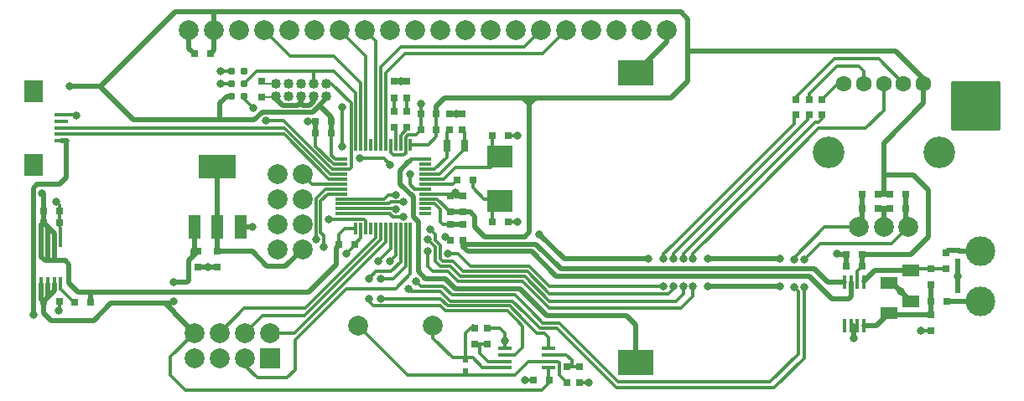
<source format=gbl>
G04 #@! TF.FileFunction,Copper,L2,Bot,Signal*
%FSLAX46Y46*%
G04 Gerber Fmt 4.6, Leading zero omitted, Abs format (unit mm)*
G04 Created by KiCad (PCBNEW 0.201508100901+6080~28~ubuntu14.04.1-product) date Wed 07 Oct 2015 01:26:35 BST*
%MOMM*%
G01*
G04 APERTURE LIST*
%ADD10C,0.100000*%
%ADD11R,3.600000X2.600000*%
%ADD12R,0.800000X0.800000*%
%ADD13R,1.700000X1.200000*%
%ADD14R,1.400000X0.400000*%
%ADD15R,1.900000X2.300000*%
%ADD16R,0.500000X0.600000*%
%ADD17R,1.200000X0.300000*%
%ADD18R,0.300000X1.200000*%
%ADD19R,0.400000X1.400000*%
%ADD20C,1.016000*%
%ADD21C,2.000000*%
%ADD22C,1.600000*%
%ADD23C,3.200000*%
%ADD24R,2.500000X2.300000*%
%ADD25C,3.000000*%
%ADD26R,2.000000X2.000000*%
%ADD27R,1.300000X2.400000*%
%ADD28R,3.800000X2.400000*%
%ADD29R,0.800000X1.300000*%
%ADD30C,0.787000*%
%ADD31C,0.800000*%
%ADD32C,0.500000*%
%ADD33C,0.300000*%
%ADD34C,0.200000*%
%ADD35C,0.250000*%
G04 APERTURE END LIST*
D10*
D11*
X112200000Y-136250000D03*
X112200000Y-106950000D03*
D12*
X135050000Y-120650000D03*
X136650000Y-120650000D03*
X81500000Y-111800000D03*
X79900000Y-111800000D03*
X92100000Y-111100000D03*
X90500000Y-111100000D03*
X94750000Y-121000000D03*
X94750000Y-119400000D03*
X92100000Y-112700000D03*
X90500000Y-112700000D03*
X81500000Y-113000000D03*
X79900000Y-113000000D03*
X93500000Y-121000000D03*
X93500000Y-119400000D03*
X137850000Y-120650000D03*
X139450000Y-120650000D03*
X74450000Y-107800000D03*
X74450000Y-109400000D03*
X97750000Y-113250000D03*
X99350000Y-113250000D03*
X97750000Y-122000000D03*
X99350000Y-122000000D03*
X93400000Y-111100000D03*
X93400000Y-112700000D03*
X94700000Y-111100000D03*
X94700000Y-112700000D03*
X135100000Y-126500000D03*
X133500000Y-126500000D03*
X135100000Y-125300000D03*
X133500000Y-125300000D03*
D13*
X140000000Y-130000000D03*
X140000000Y-126900000D03*
D12*
X142000000Y-126750000D03*
X142000000Y-128350000D03*
X93500000Y-122250000D03*
X93500000Y-123850000D03*
X69250000Y-105000000D03*
X67650000Y-105000000D03*
D13*
X137750000Y-131250000D03*
X137750000Y-128150000D03*
D12*
X52425000Y-130075000D03*
X54025000Y-130075000D03*
X57200000Y-130100000D03*
X55600000Y-130100000D03*
X52425000Y-122075000D03*
X54025000Y-122075000D03*
X52425000Y-120875000D03*
X54025000Y-120875000D03*
D14*
X54200000Y-113800000D03*
X54200000Y-113150000D03*
X54200000Y-112500000D03*
X54200000Y-111850000D03*
X54200000Y-111200000D03*
D15*
X51450000Y-116250000D03*
X51450000Y-108750000D03*
D16*
X144750000Y-126000000D03*
X144750000Y-124900000D03*
X144750000Y-130000000D03*
X144750000Y-128900000D03*
D17*
X90975000Y-115675000D03*
X90975000Y-116175000D03*
X90975000Y-116675000D03*
X90975000Y-117175000D03*
X90975000Y-117675000D03*
X90975000Y-118175000D03*
X90975000Y-118675000D03*
X90975000Y-119175000D03*
X90975000Y-119675000D03*
X90975000Y-120175000D03*
X90975000Y-120675000D03*
X90975000Y-121175000D03*
D18*
X89475000Y-122675000D03*
X88975000Y-122675000D03*
X88475000Y-122675000D03*
X87975000Y-122675000D03*
X87475000Y-122675000D03*
X86975000Y-122675000D03*
X86475000Y-122675000D03*
X85975000Y-122675000D03*
X85475000Y-122675000D03*
X84975000Y-122675000D03*
X84475000Y-122675000D03*
X83975000Y-122675000D03*
D17*
X82475000Y-121175000D03*
X82475000Y-120675000D03*
X82475000Y-120175000D03*
X82475000Y-119675000D03*
X82475000Y-119175000D03*
X82475000Y-118675000D03*
X82475000Y-118175000D03*
X82475000Y-117675000D03*
X82475000Y-117175000D03*
X82475000Y-116675000D03*
X82475000Y-116175000D03*
X82475000Y-115675000D03*
D18*
X83975000Y-114175000D03*
X84475000Y-114175000D03*
X84975000Y-114175000D03*
X85475000Y-114175000D03*
X85975000Y-114175000D03*
X86475000Y-114175000D03*
X86975000Y-114175000D03*
X87475000Y-114175000D03*
X87975000Y-114175000D03*
X88475000Y-114175000D03*
X88975000Y-114175000D03*
X89475000Y-114175000D03*
D19*
X135250000Y-132500000D03*
X134600000Y-132500000D03*
X133950000Y-132500000D03*
X133300000Y-132500000D03*
X133300000Y-128100000D03*
X133950000Y-128100000D03*
X134600000Y-128100000D03*
X135250000Y-128100000D03*
X52225000Y-123875000D03*
X52875000Y-123875000D03*
X53525000Y-123875000D03*
X54175000Y-123875000D03*
X54175000Y-128275000D03*
X53525000Y-128275000D03*
X52875000Y-128275000D03*
X52225000Y-128275000D03*
D20*
X81000000Y-109270000D03*
X81000000Y-108000000D03*
X79730000Y-109270000D03*
X79730000Y-108000000D03*
X78460000Y-109270000D03*
X78460000Y-108000000D03*
X77190000Y-109270000D03*
X77190000Y-108000000D03*
X75920000Y-109270000D03*
X75920000Y-108000000D03*
D12*
X136650000Y-119200000D03*
X135050000Y-119200000D03*
X137850000Y-119200000D03*
X139450000Y-119200000D03*
X95750000Y-117750000D03*
X94150000Y-117750000D03*
X143500000Y-126750000D03*
X143500000Y-125150000D03*
X94750000Y-122250000D03*
X94750000Y-123850000D03*
X142000000Y-130000000D03*
X143600000Y-130000000D03*
X142000000Y-133000000D03*
X142000000Y-131400000D03*
D21*
X91750000Y-132500000D03*
X84150000Y-132500000D03*
D22*
X137250000Y-108000000D03*
X139250000Y-108000000D03*
X141250000Y-108000000D03*
X133250000Y-108000000D03*
X135250000Y-108000000D03*
D21*
X137250000Y-122500000D03*
X139750000Y-122500000D03*
X134750000Y-122500000D03*
D23*
X131650000Y-115000000D03*
X142850000Y-115000000D03*
D24*
X98475000Y-119875000D03*
X98475000Y-115375000D03*
D25*
X147000000Y-130000000D03*
X147000000Y-124920000D03*
D12*
X82250000Y-124250000D03*
X83850000Y-124250000D03*
D21*
X67690000Y-135770000D03*
X67690000Y-133230000D03*
X70230000Y-135770000D03*
X70230000Y-133230000D03*
X72770000Y-135770000D03*
X72770000Y-133230000D03*
D26*
X75310000Y-135770000D03*
D21*
X75310000Y-133230000D03*
D12*
X96000000Y-132750000D03*
X96000000Y-134350000D03*
X97250000Y-132750000D03*
X97250000Y-134350000D03*
X105250000Y-138250000D03*
X105250000Y-136650000D03*
X106500000Y-138250000D03*
X106500000Y-136650000D03*
D14*
X99000000Y-136750000D03*
X99000000Y-136100000D03*
X99000000Y-135450000D03*
X99000000Y-134800000D03*
X103400000Y-134800000D03*
X103400000Y-135450000D03*
X103400000Y-136100000D03*
X103400000Y-136750000D03*
D12*
X103500000Y-138000000D03*
X101900000Y-138000000D03*
D21*
X76020000Y-124795000D03*
X76020000Y-122255000D03*
X76020000Y-119715000D03*
X76020000Y-117175000D03*
X78560000Y-117175000D03*
X78560000Y-119715000D03*
X78560000Y-122255000D03*
X78560000Y-124795000D03*
X67090000Y-102600000D03*
X69630000Y-102600000D03*
X72170000Y-102600000D03*
X74710000Y-102600000D03*
X77250000Y-102600000D03*
X79790000Y-102600000D03*
X82330000Y-102600000D03*
X84870000Y-102600000D03*
X87410000Y-102600000D03*
X89950000Y-102600000D03*
X92490000Y-102600000D03*
X95030000Y-102600000D03*
X97570000Y-102600000D03*
X100110000Y-102600000D03*
X102650000Y-102600000D03*
X105190000Y-102600000D03*
X107730000Y-102600000D03*
X110270000Y-102600000D03*
X112810000Y-102600000D03*
X115350000Y-102600000D03*
D12*
X131000000Y-109600000D03*
X131000000Y-111200000D03*
X68000000Y-125000000D03*
X68000000Y-126600000D03*
X70000000Y-125000000D03*
X70000000Y-126600000D03*
D27*
X70000000Y-122500000D03*
X72300000Y-122500000D03*
X67700000Y-122500000D03*
D28*
X70000000Y-116400000D03*
D29*
X93150000Y-114300000D03*
X94950000Y-114300000D03*
D12*
X87800000Y-110800000D03*
X87800000Y-112400000D03*
X89100000Y-110800000D03*
X89100000Y-112400000D03*
X89100000Y-107800000D03*
X89100000Y-109450000D03*
X87800000Y-107800000D03*
X87800000Y-109450000D03*
X129700000Y-109600000D03*
X129700000Y-111200000D03*
X128400000Y-109600000D03*
X128400000Y-111200000D03*
D30*
X71400000Y-109300000D03*
X72670000Y-109300000D03*
X71400000Y-108030000D03*
X72670000Y-108030000D03*
X71400000Y-106760000D03*
X72670000Y-106760000D03*
D16*
X95000000Y-136000000D03*
X95000000Y-137100000D03*
D31*
X126750000Y-125750000D03*
X119500000Y-125750000D03*
X119500000Y-128500000D03*
X126750000Y-128500000D03*
X102500000Y-123250000D03*
X113500000Y-125750000D03*
X100300000Y-122000000D03*
X146500000Y-110250000D03*
X107500000Y-138250000D03*
X99000000Y-134000000D03*
X101000000Y-138000000D03*
X70300000Y-106750000D03*
X90500000Y-110100000D03*
X88500000Y-107800000D03*
X94100000Y-111100000D03*
X73500000Y-122500000D03*
X69000000Y-126600000D03*
X79100000Y-111800000D03*
X93000000Y-123500000D03*
X144750000Y-127500000D03*
X132500000Y-125250000D03*
X134250000Y-133750000D03*
X139000000Y-129000000D03*
X141000000Y-133000000D03*
X55750000Y-111250000D03*
X53750000Y-120000000D03*
X54000000Y-131000000D03*
X94000000Y-119000000D03*
X83000000Y-125200000D03*
X100300000Y-113300000D03*
X90000000Y-128000000D03*
X87400000Y-126000000D03*
X128200000Y-125800000D03*
X128200000Y-128600000D03*
X55100000Y-108300000D03*
X52300000Y-119100000D03*
X129200000Y-128600000D03*
X129200000Y-125800000D03*
X86200000Y-126000000D03*
X89250000Y-128750000D03*
X70300000Y-108000000D03*
X82600000Y-110400000D03*
X82600000Y-114400000D03*
X84400000Y-115600000D03*
X87400000Y-116200000D03*
X89400000Y-117200000D03*
X65600000Y-128100000D03*
X65600000Y-130000000D03*
X51400000Y-131400000D03*
X91250000Y-125000000D03*
X118000000Y-125750000D03*
X118000000Y-128500000D03*
X88750000Y-121500000D03*
X91250000Y-123750000D03*
X88000000Y-120750000D03*
X117000000Y-125750000D03*
X117000000Y-128500000D03*
X116000000Y-125750000D03*
X116000000Y-128500000D03*
X88750000Y-120000000D03*
X91500000Y-122750000D03*
X115000000Y-128500000D03*
X115000000Y-125750000D03*
X88000000Y-119250000D03*
X93250000Y-125250000D03*
X79950000Y-123800000D03*
X73600000Y-110500000D03*
X74850000Y-111750000D03*
X86500000Y-127750000D03*
X86500000Y-129750000D03*
X85250000Y-127750000D03*
X85250000Y-129750000D03*
X81200000Y-121750000D03*
X80700000Y-124500000D03*
D32*
X100500000Y-128750000D02*
X103250000Y-131500000D01*
X103250000Y-131500000D02*
X111250000Y-131500000D01*
X111250000Y-131500000D02*
X112200000Y-132450000D01*
X112200000Y-136250000D02*
X112200000Y-132450000D01*
X94000000Y-128750000D02*
X93000000Y-127750000D01*
X93000000Y-127750000D02*
X91000000Y-127750000D01*
X91000000Y-127750000D02*
X90250000Y-127000000D01*
X90250000Y-127000000D02*
X90250000Y-124500000D01*
X94500000Y-128750000D02*
X100500000Y-128750000D01*
X88400000Y-116800000D02*
X88400000Y-118150000D01*
X88400000Y-116800000D02*
X89200000Y-116000000D01*
X89750000Y-121500000D02*
X90250000Y-122000000D01*
X89750000Y-119500000D02*
X89750000Y-121500000D01*
X88400000Y-118150000D02*
X89750000Y-119500000D01*
X90250000Y-122000000D02*
X90250000Y-124500000D01*
X94500000Y-128750000D02*
X94000000Y-128750000D01*
D33*
X90975000Y-115675000D02*
X89525000Y-115675000D01*
X89525000Y-115675000D02*
X89200000Y-116000000D01*
D32*
X89200000Y-116000000D02*
X89400000Y-115800000D01*
X119500000Y-125750000D02*
X126750000Y-125750000D01*
X126750000Y-128500000D02*
X119500000Y-128500000D01*
X102500000Y-123250000D02*
X105000000Y-125750000D01*
X105000000Y-125750000D02*
X113500000Y-125750000D01*
D33*
X99350000Y-122000000D02*
X100300000Y-122000000D01*
X106500000Y-138250000D02*
X107500000Y-138250000D01*
X97250000Y-132750000D02*
X98500000Y-132750000D01*
X99000000Y-134000000D02*
X99000000Y-134800000D01*
X99000000Y-133250000D02*
X99000000Y-134000000D01*
X98500000Y-132750000D02*
X99000000Y-133250000D01*
X101900000Y-138000000D02*
X101000000Y-138000000D01*
X82475000Y-116175000D02*
X81719052Y-116175000D01*
X79900000Y-114355948D02*
X79900000Y-113000000D01*
X81719052Y-116175000D02*
X79900000Y-114355948D01*
X71400000Y-106760000D02*
X70310000Y-106760000D01*
X70310000Y-106760000D02*
X70300000Y-106750000D01*
X90500000Y-111100000D02*
X90500000Y-110100000D01*
X94700000Y-111100000D02*
X94100000Y-111100000D01*
X94100000Y-111100000D02*
X93400000Y-111100000D01*
X87800000Y-107800000D02*
X88500000Y-107800000D01*
X88500000Y-107800000D02*
X89100000Y-107800000D01*
X90500000Y-111100000D02*
X90500000Y-112700000D01*
X88975000Y-114175000D02*
X88975000Y-113425000D01*
X90000000Y-113200000D02*
X90500000Y-112700000D01*
X89200000Y-113200000D02*
X90000000Y-113200000D01*
X88975000Y-113425000D02*
X89200000Y-113200000D01*
D32*
X72300000Y-122500000D02*
X73500000Y-122500000D01*
X68000000Y-126600000D02*
X69000000Y-126600000D01*
X69000000Y-126600000D02*
X70000000Y-126600000D01*
X115350000Y-102600000D02*
X115350000Y-103800000D01*
X115350000Y-103800000D02*
X112200000Y-106950000D01*
D33*
X79900000Y-111800000D02*
X79100000Y-111800000D01*
D32*
X79900000Y-111800000D02*
X79900000Y-113000000D01*
X78460000Y-109840000D02*
X78460000Y-110060000D01*
X79300000Y-110200000D02*
X79730000Y-109770000D01*
X78600000Y-110200000D02*
X79300000Y-110200000D01*
X78460000Y-110060000D02*
X78600000Y-110200000D01*
X79730000Y-109770000D02*
X79730000Y-109270000D01*
X75920000Y-109270000D02*
X75920000Y-109520000D01*
X75920000Y-109520000D02*
X76600000Y-110200000D01*
X78460000Y-109840000D02*
X78460000Y-109270000D01*
X78100000Y-110200000D02*
X78460000Y-109840000D01*
X76600000Y-110200000D02*
X78100000Y-110200000D01*
D33*
X93500000Y-123850000D02*
X93350000Y-123850000D01*
X93350000Y-123850000D02*
X93000000Y-123500000D01*
D32*
X144750000Y-126000000D02*
X144750000Y-127500000D01*
X144750000Y-127500000D02*
X144750000Y-128900000D01*
X133500000Y-125300000D02*
X132550000Y-125300000D01*
D33*
X132550000Y-125300000D02*
X132500000Y-125250000D01*
D32*
X134250000Y-132500000D02*
X134250000Y-133750000D01*
D33*
X133950000Y-132500000D02*
X134250000Y-132500000D01*
X134250000Y-132500000D02*
X134600000Y-132500000D01*
X137750000Y-128150000D02*
X138150000Y-128150000D01*
D32*
X138150000Y-128150000D02*
X139000000Y-129000000D01*
X139000000Y-129000000D02*
X140000000Y-130000000D01*
D33*
X142000000Y-133000000D02*
X141000000Y-133000000D01*
D34*
X74450000Y-109400000D02*
X75790000Y-109400000D01*
X75790000Y-109400000D02*
X75920000Y-109270000D01*
D33*
X54025000Y-120875000D02*
X54025000Y-122075000D01*
X54025000Y-122425000D02*
X54025000Y-122075000D01*
X54175000Y-122575000D02*
X54025000Y-122425000D01*
X54175000Y-123875000D02*
X54175000Y-122575000D01*
D32*
X133500000Y-125300000D02*
X133500000Y-126500000D01*
X137250000Y-120650000D02*
X137850000Y-120650000D01*
X136650000Y-120650000D02*
X137250000Y-120650000D01*
X137250000Y-120650000D02*
X137250000Y-122500000D01*
D33*
X55700000Y-111200000D02*
X55750000Y-111250000D01*
X54200000Y-111200000D02*
X55700000Y-111200000D01*
X54025000Y-120275000D02*
X53750000Y-120000000D01*
X54025000Y-120875000D02*
X54025000Y-120275000D01*
X54025000Y-130975000D02*
X54000000Y-131000000D01*
X54025000Y-130075000D02*
X54025000Y-130975000D01*
X87475000Y-114175000D02*
X87475000Y-114975000D01*
X88975000Y-115025000D02*
X88975000Y-114175000D01*
X88750000Y-115250000D02*
X88975000Y-115025000D01*
X87750000Y-115250000D02*
X88750000Y-115250000D01*
X87475000Y-114975000D02*
X87750000Y-115250000D01*
D34*
X94000000Y-119400000D02*
X94000000Y-119000000D01*
D33*
X93500000Y-119400000D02*
X94000000Y-119400000D01*
D32*
X94000000Y-119400000D02*
X94750000Y-119400000D01*
D33*
X93275000Y-119175000D02*
X93500000Y-119400000D01*
X90975000Y-119175000D02*
X93275000Y-119175000D01*
X84475000Y-123625000D02*
X83850000Y-124250000D01*
X84475000Y-122675000D02*
X84475000Y-123625000D01*
X83850000Y-124350000D02*
X83000000Y-125200000D01*
X83850000Y-124250000D02*
X83850000Y-124350000D01*
X100250000Y-113250000D02*
X100300000Y-113300000D01*
X99350000Y-113250000D02*
X100250000Y-113250000D01*
D32*
X67090000Y-104440000D02*
X67650000Y-105000000D01*
X67090000Y-102600000D02*
X67090000Y-104440000D01*
D33*
X125800000Y-138200000D02*
X110450000Y-138200000D01*
X93650000Y-129400000D02*
X92750000Y-128500000D01*
X92750000Y-128500000D02*
X90500000Y-128500000D01*
X90500000Y-128500000D02*
X90000000Y-128000000D01*
X128600000Y-129200000D02*
X128600000Y-129000000D01*
X94000000Y-129400000D02*
X100000000Y-129400000D01*
X100000000Y-129400000D02*
X101600000Y-131000000D01*
X125800000Y-138200000D02*
X128600000Y-135400000D01*
X128600000Y-135400000D02*
X128600000Y-129200000D01*
X87975000Y-122675000D02*
X87975000Y-125425000D01*
X87975000Y-125425000D02*
X87400000Y-126000000D01*
X131300000Y-122500000D02*
X134750000Y-122500000D01*
X128200000Y-125600000D02*
X131300000Y-122500000D01*
X128200000Y-125800000D02*
X128200000Y-125600000D01*
X128600000Y-129000000D02*
X128200000Y-128600000D01*
X94000000Y-129400000D02*
X93650000Y-129400000D01*
X102850000Y-132250000D02*
X101600000Y-131000000D01*
X104500000Y-132250000D02*
X102850000Y-132250000D01*
X110450000Y-138200000D02*
X104500000Y-132250000D01*
D32*
X135050000Y-119200000D02*
X135050000Y-120650000D01*
D33*
X135050000Y-122200000D02*
X134750000Y-122500000D01*
D32*
X135050000Y-120650000D02*
X135050000Y-122200000D01*
D33*
X82475000Y-115675000D02*
X81883736Y-115675000D01*
X81883736Y-115675000D02*
X81500000Y-115291264D01*
X81500000Y-115291264D02*
X81500000Y-113000000D01*
D32*
X71400000Y-109300000D02*
X70950000Y-109300000D01*
X70250000Y-110000000D02*
X70250000Y-111700000D01*
X70950000Y-109300000D02*
X70250000Y-110000000D01*
X79600000Y-110900000D02*
X74500000Y-110900000D01*
X80300000Y-110200000D02*
X79600000Y-110900000D01*
X61500000Y-111700000D02*
X58100000Y-108300000D01*
X73700000Y-111700000D02*
X70250000Y-111700000D01*
X70250000Y-111700000D02*
X61500000Y-111700000D01*
X74500000Y-110900000D02*
X73700000Y-111700000D01*
X69630000Y-102600000D02*
X69630000Y-100750000D01*
X69650000Y-100900000D02*
X69650000Y-100750000D01*
X69650000Y-100770000D02*
X69650000Y-100900000D01*
X69630000Y-100750000D02*
X69650000Y-100770000D01*
X55100000Y-108300000D02*
X58100000Y-108300000D01*
X52300000Y-119100000D02*
X52425000Y-119225000D01*
X52425000Y-119225000D02*
X52425000Y-120875000D01*
X58100000Y-108300000D02*
X58200000Y-108300000D01*
X65750000Y-100750000D02*
X69650000Y-100750000D01*
X64500000Y-102000000D02*
X65750000Y-100750000D01*
X58200000Y-108300000D02*
X64500000Y-102000000D01*
X116750000Y-100750000D02*
X117500000Y-101500000D01*
X117500000Y-104750000D02*
X117500000Y-101500000D01*
X69650000Y-100750000D02*
X116750000Y-100750000D01*
X100900000Y-109500000D02*
X92900000Y-109500000D01*
X92100000Y-110300000D02*
X92100000Y-111100000D01*
X92900000Y-109500000D02*
X92100000Y-110300000D01*
D33*
X92100000Y-112700000D02*
X92100000Y-111100000D01*
X89475000Y-114175000D02*
X91325000Y-114175000D01*
X92100000Y-113400000D02*
X92100000Y-112700000D01*
X91325000Y-114175000D02*
X92100000Y-113400000D01*
D32*
X102200000Y-109500000D02*
X102100000Y-109500000D01*
X102100000Y-109500000D02*
X101500000Y-110100000D01*
X100900000Y-109500000D02*
X101500000Y-110100000D01*
X101500000Y-110100000D02*
X101500000Y-110000000D01*
X101500000Y-109500000D02*
X100900000Y-109500000D01*
X53525000Y-123875000D02*
X53525000Y-125900000D01*
X53500000Y-125800000D02*
X53500000Y-125900000D01*
X53500000Y-125875000D02*
X53500000Y-125800000D01*
X53525000Y-125900000D02*
X53500000Y-125875000D01*
X52225000Y-123875000D02*
X52225000Y-125525000D01*
X52575000Y-125875000D02*
X52875000Y-125875000D01*
X52225000Y-125525000D02*
X52575000Y-125875000D01*
X55000000Y-128200000D02*
X55000000Y-126300000D01*
X55000000Y-126300000D02*
X54600000Y-125900000D01*
X54600000Y-125900000D02*
X53500000Y-125900000D01*
X55000000Y-128200000D02*
X55900000Y-129100000D01*
X57200000Y-129100000D02*
X55900000Y-129100000D01*
X53500000Y-125900000D02*
X52900000Y-125900000D01*
X52900000Y-125900000D02*
X52875000Y-125875000D01*
X52875000Y-125875000D02*
X52875000Y-123875000D01*
D33*
X82475000Y-115675000D02*
X82275000Y-115675000D01*
D32*
X81000000Y-109270000D02*
X81000000Y-109500000D01*
X81000000Y-109500000D02*
X80300000Y-110200000D01*
X82000000Y-124600000D02*
X82000000Y-126300000D01*
X82000000Y-126300000D02*
X79500000Y-128800000D01*
X76600000Y-129100000D02*
X57200000Y-129100000D01*
X57200000Y-130100000D02*
X57200000Y-129100000D01*
X57200000Y-129100000D02*
X57200000Y-129300000D01*
X57200000Y-129300000D02*
X57200000Y-129100000D01*
X82250000Y-124250000D02*
X82250000Y-124350000D01*
X82250000Y-124350000D02*
X82000000Y-124600000D01*
X96000000Y-122500000D02*
X96000000Y-121500000D01*
X96000000Y-121500000D02*
X95500000Y-121000000D01*
X95500000Y-121000000D02*
X94750000Y-121000000D01*
X101500000Y-110000000D02*
X101500000Y-123000000D01*
X97000000Y-123500000D02*
X96000000Y-122500000D01*
X101000000Y-123500000D02*
X97000000Y-123500000D01*
X101500000Y-123000000D02*
X101000000Y-123500000D01*
X101500000Y-109500000D02*
X101500000Y-110000000D01*
X141250000Y-108000000D02*
X141250000Y-107500000D01*
X141250000Y-107500000D02*
X138500000Y-104750000D01*
X138500000Y-104750000D02*
X117500000Y-104750000D01*
X135100000Y-125300000D02*
X139950000Y-125300000D01*
X140250000Y-117250000D02*
X137250000Y-117250000D01*
X141750000Y-118750000D02*
X140250000Y-117250000D01*
X141750000Y-123500000D02*
X141750000Y-118750000D01*
X139950000Y-125300000D02*
X141750000Y-123500000D01*
X137250000Y-119200000D02*
X137250000Y-117250000D01*
X137250000Y-117250000D02*
X137250000Y-114000000D01*
X141250000Y-110000000D02*
X141250000Y-108000000D01*
X137250000Y-114000000D02*
X141250000Y-110000000D01*
D33*
X52225000Y-122275000D02*
X52425000Y-122075000D01*
D32*
X52225000Y-123875000D02*
X52225000Y-122275000D01*
D33*
X52875000Y-122525000D02*
X52425000Y-122075000D01*
D32*
X52875000Y-123875000D02*
X52875000Y-122525000D01*
X53525000Y-123175000D02*
X52425000Y-122075000D01*
X53525000Y-123875000D02*
X53525000Y-123175000D01*
X52425000Y-122075000D02*
X52425000Y-120875000D01*
X135100000Y-125300000D02*
X135100000Y-126500000D01*
D33*
X134600000Y-127000000D02*
X135100000Y-126500000D01*
X134600000Y-128100000D02*
X134600000Y-127000000D01*
D32*
X137850000Y-119200000D02*
X137250000Y-119200000D01*
X137250000Y-119200000D02*
X136650000Y-119200000D01*
D33*
X92175000Y-119675000D02*
X93500000Y-121000000D01*
X90975000Y-119675000D02*
X92175000Y-119675000D01*
D32*
X93500000Y-121000000D02*
X94750000Y-121000000D01*
D33*
X82250000Y-123250000D02*
X82250000Y-124250000D01*
X82825000Y-122675000D02*
X82250000Y-123250000D01*
X83975000Y-122675000D02*
X82825000Y-122675000D01*
D32*
X117500000Y-104750000D02*
X117500000Y-107750000D01*
X117500000Y-107750000D02*
X115750000Y-109500000D01*
X115750000Y-109500000D02*
X102200000Y-109500000D01*
X102200000Y-109500000D02*
X101500000Y-109500000D01*
D34*
X94750000Y-121000000D02*
X94775000Y-121000000D01*
D32*
X81500000Y-111400000D02*
X80300000Y-110200000D01*
X81500000Y-111800000D02*
X81500000Y-111400000D01*
X81500000Y-111800000D02*
X81500000Y-113000000D01*
D33*
X82475000Y-115675000D02*
X82225000Y-115675000D01*
D32*
X69630000Y-104620000D02*
X69250000Y-105000000D01*
X69630000Y-102600000D02*
X69630000Y-104620000D01*
X76600000Y-129100000D02*
X78600000Y-129100000D01*
X79200000Y-129100000D02*
X79500000Y-128800000D01*
X78600000Y-129100000D02*
X79200000Y-129100000D01*
D33*
X126200000Y-138800000D02*
X110300000Y-138800000D01*
X93600000Y-130000000D02*
X93500000Y-130000000D01*
X129200000Y-125800000D02*
X130800000Y-124200000D01*
X130800000Y-124200000D02*
X138050000Y-124200000D01*
X139750000Y-122500000D02*
X138050000Y-124200000D01*
X87475000Y-124725000D02*
X86200000Y-126000000D01*
X87475000Y-124725000D02*
X87475000Y-122675000D01*
X129200000Y-135800000D02*
X129200000Y-129000000D01*
X126200000Y-138800000D02*
X129200000Y-135800000D01*
X99800000Y-130000000D02*
X101000000Y-131200000D01*
X93600000Y-130000000D02*
X99800000Y-130000000D01*
X129200000Y-129000000D02*
X129200000Y-128600000D01*
X89500000Y-129000000D02*
X89250000Y-128750000D01*
X92500000Y-129000000D02*
X89500000Y-129000000D01*
X93500000Y-130000000D02*
X92500000Y-129000000D01*
X102550000Y-132750000D02*
X101000000Y-131200000D01*
X104250000Y-132750000D02*
X102550000Y-132750000D01*
X110300000Y-138800000D02*
X104250000Y-132750000D01*
X139750000Y-122500000D02*
X139750000Y-122750000D01*
D32*
X139450000Y-119200000D02*
X139450000Y-120650000D01*
D33*
X139450000Y-122200000D02*
X139750000Y-122500000D01*
D32*
X139450000Y-120650000D02*
X139450000Y-122200000D01*
D33*
X70330000Y-108030000D02*
X71400000Y-108030000D01*
X70300000Y-108000000D02*
X70330000Y-108030000D01*
X90975000Y-118675000D02*
X89875000Y-118675000D01*
X82600000Y-114400000D02*
X82600000Y-110400000D01*
X86800000Y-115600000D02*
X84400000Y-115600000D01*
X87400000Y-116200000D02*
X86800000Y-115600000D01*
X89400000Y-118200000D02*
X89400000Y-117200000D01*
X89875000Y-118675000D02*
X89400000Y-118200000D01*
D34*
X75920000Y-108000000D02*
X74650000Y-108000000D01*
X74650000Y-108000000D02*
X74450000Y-107800000D01*
D33*
X94950000Y-114300000D02*
X94950000Y-112950000D01*
X94950000Y-112950000D02*
X94700000Y-112700000D01*
X90975000Y-117175000D02*
X92425000Y-117175000D01*
X92425000Y-117175000D02*
X94950000Y-114650000D01*
X94950000Y-114650000D02*
X94950000Y-114300000D01*
D32*
X94750000Y-122250000D02*
X93500000Y-122250000D01*
D33*
X91925000Y-120175000D02*
X92500000Y-120750000D01*
X92500000Y-120750000D02*
X92500000Y-122000000D01*
X92500000Y-122000000D02*
X92750000Y-122250000D01*
X92750000Y-122250000D02*
X93500000Y-122250000D01*
X90975000Y-120175000D02*
X91925000Y-120175000D01*
X103500000Y-138000000D02*
X103500000Y-138250000D01*
X103500000Y-138250000D02*
X102750000Y-139000000D01*
X65250000Y-135670000D02*
X67690000Y-133230000D01*
X65250000Y-137500000D02*
X65250000Y-135670000D01*
X66750000Y-139000000D02*
X65250000Y-137500000D01*
X102750000Y-139000000D02*
X66750000Y-139000000D01*
X103400000Y-136750000D02*
X103400000Y-137900000D01*
X103400000Y-137900000D02*
X103500000Y-138000000D01*
X67690000Y-133230000D02*
X67520000Y-133230000D01*
D32*
X67550000Y-125450000D02*
X67550000Y-124850000D01*
X67550000Y-124850000D02*
X67700000Y-124700000D01*
X67700000Y-124700000D02*
X68000000Y-125000000D01*
X64700000Y-130250000D02*
X65350000Y-130250000D01*
X67100000Y-125900000D02*
X67550000Y-125450000D01*
X67550000Y-125450000D02*
X68000000Y-125000000D01*
X67100000Y-127900000D02*
X67100000Y-125900000D01*
X66900000Y-128100000D02*
X67100000Y-127900000D01*
X65600000Y-128100000D02*
X66900000Y-128100000D01*
X65350000Y-130250000D02*
X65600000Y-130000000D01*
X67700000Y-122500000D02*
X67700000Y-124700000D01*
X67700000Y-124700000D02*
X68000000Y-125000000D01*
X65660000Y-131200000D02*
X65660000Y-131160000D01*
X56000000Y-132000000D02*
X53200000Y-132000000D01*
X53200000Y-132000000D02*
X52425000Y-131225000D01*
X52425000Y-130075000D02*
X52425000Y-131225000D01*
X65660000Y-131200000D02*
X67690000Y-133230000D01*
X57500000Y-132000000D02*
X56000000Y-132000000D01*
X59250000Y-130250000D02*
X57500000Y-132000000D01*
X64750000Y-130250000D02*
X64700000Y-130250000D01*
X64700000Y-130250000D02*
X59250000Y-130250000D01*
X65660000Y-131160000D02*
X64750000Y-130250000D01*
D33*
X52225000Y-129875000D02*
X52425000Y-130075000D01*
D32*
X52225000Y-128275000D02*
X52225000Y-129875000D01*
D33*
X52875000Y-129625000D02*
X52425000Y-130075000D01*
D32*
X52875000Y-128275000D02*
X52875000Y-129625000D01*
X53525000Y-128975000D02*
X52425000Y-130075000D01*
X53525000Y-128275000D02*
X53525000Y-128975000D01*
X51400000Y-119400000D02*
X51400000Y-118600000D01*
X51400000Y-131400000D02*
X51400000Y-125600000D01*
X51400000Y-119400000D02*
X51400000Y-125600000D01*
X51800000Y-118200000D02*
X52500000Y-118200000D01*
X52500000Y-118200000D02*
X52600000Y-118200000D01*
X51400000Y-118600000D02*
X51800000Y-118200000D01*
D33*
X54200000Y-113800000D02*
X54750000Y-113800000D01*
D32*
X54750000Y-117500000D02*
X54750000Y-114300000D01*
X54050000Y-118200000D02*
X54750000Y-117500000D01*
X52500000Y-118200000D02*
X54050000Y-118200000D01*
X54750000Y-113850000D02*
X54750000Y-114300000D01*
X54800000Y-113800000D02*
X54750000Y-113850000D01*
X54200000Y-113800000D02*
X54800000Y-113800000D01*
D33*
X82475000Y-117675000D02*
X81225000Y-117675000D01*
X76700000Y-113150000D02*
X54200000Y-113150000D01*
X81225000Y-117675000D02*
X76700000Y-113150000D01*
X54200000Y-112500000D02*
X76714684Y-112500000D01*
X81389684Y-117175000D02*
X82475000Y-117175000D01*
X76714684Y-112500000D02*
X81389684Y-117175000D01*
X144770000Y-124920000D02*
X144750000Y-124900000D01*
D32*
X147000000Y-124920000D02*
X144770000Y-124920000D01*
D33*
X143750000Y-124900000D02*
X143500000Y-125150000D01*
D32*
X144750000Y-124900000D02*
X143750000Y-124900000D01*
X147000000Y-130000000D02*
X144750000Y-130000000D01*
X144750000Y-130000000D02*
X143600000Y-130000000D01*
D33*
X103400000Y-135450000D02*
X105200000Y-135450000D01*
X105750000Y-136000000D02*
X105750000Y-136650000D01*
X105200000Y-135450000D02*
X105750000Y-136000000D01*
X105250000Y-136650000D02*
X105750000Y-136650000D01*
X105750000Y-136650000D02*
X106500000Y-136650000D01*
X89475000Y-123225000D02*
X89475000Y-122675000D01*
X74000000Y-137750000D02*
X77000000Y-137750000D01*
X77000000Y-137750000D02*
X77800000Y-136950000D01*
X77800000Y-136950000D02*
X77800000Y-133950000D01*
X77800000Y-133950000D02*
X83000000Y-128750000D01*
X83000000Y-128750000D02*
X88000000Y-128750000D01*
X88000000Y-128750000D02*
X89475000Y-127275000D01*
X89475000Y-127275000D02*
X89475000Y-122675000D01*
X72770000Y-136520000D02*
X74000000Y-137750000D01*
X72770000Y-135770000D02*
X72770000Y-136520000D01*
X137250000Y-108000000D02*
X137250000Y-110750000D01*
X103500000Y-130750000D02*
X116750000Y-130750000D01*
X116750000Y-130750000D02*
X118000000Y-129500000D01*
X118000000Y-129500000D02*
X118000000Y-128500000D01*
X91250000Y-125000000D02*
X91250000Y-126500000D01*
X94250000Y-128000000D02*
X100000000Y-128000000D01*
X93250000Y-127000000D02*
X94250000Y-128000000D01*
X91750000Y-127000000D02*
X93250000Y-127000000D01*
X91250000Y-126500000D02*
X91750000Y-127000000D01*
X100000000Y-128000000D02*
X100750000Y-128000000D01*
X118000000Y-125250000D02*
X118000000Y-125750000D01*
X124500000Y-118750000D02*
X118000000Y-125250000D01*
X100750000Y-128000000D02*
X103500000Y-130750000D01*
X130700000Y-112550000D02*
X124500000Y-118750000D01*
X135450000Y-112550000D02*
X130700000Y-112550000D01*
X137250000Y-110750000D02*
X135450000Y-112550000D01*
X87375000Y-121175000D02*
X87700000Y-121500000D01*
X87700000Y-121500000D02*
X88750000Y-121500000D01*
X82475000Y-121175000D02*
X87375000Y-121175000D01*
X84475000Y-107975000D02*
X81750000Y-105250000D01*
X81750000Y-105250000D02*
X77360000Y-105250000D01*
X77360000Y-105250000D02*
X74710000Y-102600000D01*
X84475000Y-114175000D02*
X84475000Y-107975000D01*
X123500000Y-118750000D02*
X130350000Y-111900000D01*
X92000000Y-126000000D02*
X92500000Y-126500000D01*
X92500000Y-126500000D02*
X93500000Y-126500000D01*
X93500000Y-126500000D02*
X94500000Y-127500000D01*
X91250000Y-123750000D02*
X92000000Y-124500000D01*
X92000000Y-124500000D02*
X92000000Y-126000000D01*
X87925000Y-120675000D02*
X88000000Y-120750000D01*
X82475000Y-120675000D02*
X87925000Y-120675000D01*
X94500000Y-127500000D02*
X97000000Y-127500000D01*
X103500000Y-130000000D02*
X116250000Y-130000000D01*
X116250000Y-130000000D02*
X117000000Y-129250000D01*
X117000000Y-129250000D02*
X117000000Y-128500000D01*
X97000000Y-127500000D02*
X101000000Y-127500000D01*
X117000000Y-125250000D02*
X117000000Y-125750000D01*
X123500000Y-118750000D02*
X117000000Y-125250000D01*
X101000000Y-127500000D02*
X103500000Y-130000000D01*
X130700000Y-111900000D02*
X131000000Y-111600000D01*
X130350000Y-111900000D02*
X130700000Y-111900000D01*
X131000000Y-111600000D02*
X131000000Y-111200000D01*
X122500000Y-118750000D02*
X129550000Y-111700000D01*
X103500000Y-129250000D02*
X115500000Y-129250000D01*
X115500000Y-129250000D02*
X116000000Y-128750000D01*
X116000000Y-128750000D02*
X116000000Y-128500000D01*
X116000000Y-125250000D02*
X116000000Y-125750000D01*
X122500000Y-118750000D02*
X116000000Y-125250000D01*
X101250000Y-127000000D02*
X103500000Y-129250000D01*
X96250000Y-127000000D02*
X101250000Y-127000000D01*
X94750000Y-127000000D02*
X96250000Y-127000000D01*
X82475000Y-120175000D02*
X87325000Y-120175000D01*
X87500000Y-120000000D02*
X88750000Y-120000000D01*
X87325000Y-120175000D02*
X87500000Y-120000000D01*
X93750000Y-126000000D02*
X94750000Y-127000000D01*
X92750000Y-126000000D02*
X93750000Y-126000000D01*
X92500000Y-125750000D02*
X92750000Y-126000000D01*
X92500000Y-124335316D02*
X92500000Y-125750000D01*
X92000000Y-123835316D02*
X92500000Y-124335316D01*
X91500000Y-122750000D02*
X92000000Y-123250000D01*
X92000000Y-123250000D02*
X92000000Y-123835316D01*
X129550000Y-111700000D02*
X129550000Y-111350000D01*
X129550000Y-111350000D02*
X129700000Y-111200000D01*
X121500000Y-118750000D02*
X128200000Y-112050000D01*
X103500000Y-128500000D02*
X101500000Y-126500000D01*
X121500000Y-118750000D02*
X116000000Y-124250000D01*
X115000000Y-125250000D02*
X115000000Y-125750000D01*
X116000000Y-124250000D02*
X115000000Y-125250000D01*
X115000000Y-128500000D02*
X103500000Y-128500000D01*
X82475000Y-119675000D02*
X86825000Y-119675000D01*
X87250000Y-119250000D02*
X88000000Y-119250000D01*
X86825000Y-119675000D02*
X87250000Y-119250000D01*
X95500000Y-126500000D02*
X96250000Y-126500000D01*
X94250000Y-125250000D02*
X95500000Y-126500000D01*
X93250000Y-125250000D02*
X94250000Y-125250000D01*
X96250000Y-126500000D02*
X101500000Y-126500000D01*
X128200000Y-112050000D02*
X128200000Y-111400000D01*
X128200000Y-111400000D02*
X128400000Y-111200000D01*
X82475000Y-118675000D02*
X80925000Y-118675000D01*
X79950000Y-119650000D02*
X79950000Y-123800000D01*
X80925000Y-118675000D02*
X79950000Y-119650000D01*
X82475000Y-118175000D02*
X79560000Y-118175000D01*
X79560000Y-118175000D02*
X78560000Y-117175000D01*
X82475000Y-116675000D02*
X81554368Y-116675000D01*
X73600000Y-110500000D02*
X72670000Y-109570000D01*
X76629368Y-111750000D02*
X74850000Y-111750000D01*
X81554368Y-116675000D02*
X76629368Y-111750000D01*
X72670000Y-109570000D02*
X72670000Y-109300000D01*
X72670000Y-109570000D02*
X72670000Y-109300000D01*
X81500000Y-108000000D02*
X81000000Y-108000000D01*
X83325000Y-116675000D02*
X83500000Y-116500000D01*
X83500000Y-116500000D02*
X83500000Y-110000000D01*
X83500000Y-110000000D02*
X81500000Y-108000000D01*
X82475000Y-116675000D02*
X83325000Y-116675000D01*
X79700000Y-106750000D02*
X79700000Y-107970000D01*
X79700000Y-107970000D02*
X79730000Y-108000000D01*
X80500000Y-106750000D02*
X79700000Y-106750000D01*
X79700000Y-106750000D02*
X79650000Y-106750000D01*
X79650000Y-106750000D02*
X73950000Y-106750000D01*
X73400000Y-107300000D02*
X72670000Y-108030000D01*
X73950000Y-106750000D02*
X73400000Y-107300000D01*
X83975000Y-108975000D02*
X81750000Y-106750000D01*
X81750000Y-106750000D02*
X80500000Y-106750000D01*
X83975000Y-114175000D02*
X83975000Y-108975000D01*
X85975000Y-123610316D02*
X78835316Y-130750000D01*
X78835316Y-130750000D02*
X72710000Y-130750000D01*
X72710000Y-130750000D02*
X70230000Y-133230000D01*
X85975000Y-122675000D02*
X85975000Y-123610316D01*
X86475000Y-114175000D02*
X86475000Y-106325000D01*
X100950000Y-104300000D02*
X102650000Y-102600000D01*
X88500000Y-104300000D02*
X100950000Y-104300000D01*
X86475000Y-106325000D02*
X88500000Y-104300000D01*
X86975000Y-114175000D02*
X86975000Y-106925000D01*
X102790000Y-105000000D02*
X105190000Y-102600000D01*
X88900000Y-105000000D02*
X102790000Y-105000000D01*
X86975000Y-106925000D02*
X88900000Y-105000000D01*
X86975000Y-124025000D02*
X77770000Y-133230000D01*
X77770000Y-133230000D02*
X75310000Y-133230000D01*
X86975000Y-122675000D02*
X86975000Y-124025000D01*
X86475000Y-123775000D02*
X78750000Y-131500000D01*
X78750000Y-131500000D02*
X74500000Y-131500000D01*
X74500000Y-131500000D02*
X72770000Y-133230000D01*
X86475000Y-122675000D02*
X86475000Y-123775000D01*
X84975000Y-105245000D02*
X82330000Y-102600000D01*
X84975000Y-114175000D02*
X84975000Y-105245000D01*
X85975000Y-103705000D02*
X84870000Y-102600000D01*
X85975000Y-114175000D02*
X85975000Y-103705000D01*
X99000000Y-136100000D02*
X97350000Y-136100000D01*
X96500000Y-135250000D02*
X96500000Y-134350000D01*
X97350000Y-136100000D02*
X96500000Y-135250000D01*
X96000000Y-134350000D02*
X96500000Y-134350000D01*
X96500000Y-134350000D02*
X97250000Y-134350000D01*
X93150000Y-114300000D02*
X93150000Y-112950000D01*
X93150000Y-112950000D02*
X93400000Y-112700000D01*
X90975000Y-116675000D02*
X91925000Y-116675000D01*
X93150000Y-115450000D02*
X93150000Y-114300000D01*
X91925000Y-116675000D02*
X93150000Y-115450000D01*
X90975000Y-117675000D02*
X92825000Y-117675000D01*
X94000000Y-116500000D02*
X97550000Y-116500000D01*
X92825000Y-117675000D02*
X94000000Y-116500000D01*
X97550000Y-116500000D02*
X98475000Y-115575000D01*
X97425000Y-115575000D02*
X98475000Y-115575000D01*
X97750000Y-114850000D02*
X98475000Y-115575000D01*
X97750000Y-113250000D02*
X97750000Y-114850000D01*
X95750000Y-117750000D02*
X95750000Y-118500000D01*
X96925000Y-119675000D02*
X98475000Y-119675000D01*
X95750000Y-118500000D02*
X96925000Y-119675000D01*
X97750000Y-120400000D02*
X98475000Y-119675000D01*
X97750000Y-122000000D02*
X97750000Y-120400000D01*
X55600000Y-130100000D02*
X55500000Y-130100000D01*
X55500000Y-130100000D02*
X54175000Y-128775000D01*
X54175000Y-128775000D02*
X54175000Y-128275000D01*
X143500000Y-126750000D02*
X142000000Y-126750000D01*
X140150000Y-126750000D02*
X140000000Y-126900000D01*
X142000000Y-126750000D02*
X140150000Y-126750000D01*
D32*
X136350000Y-126900000D02*
X140000000Y-126900000D01*
X135250000Y-128000000D02*
X136350000Y-126900000D01*
D33*
X135250000Y-128100000D02*
X135250000Y-128000000D01*
D32*
X142000000Y-130000000D02*
X142000000Y-131400000D01*
D33*
X137900000Y-131400000D02*
X137750000Y-131250000D01*
D32*
X142000000Y-131400000D02*
X137900000Y-131400000D01*
X142000000Y-128350000D02*
X142000000Y-130000000D01*
X136500000Y-132500000D02*
X137750000Y-131250000D01*
X135250000Y-132500000D02*
X136500000Y-132500000D01*
D33*
X90975000Y-118175000D02*
X93725000Y-118175000D01*
X93725000Y-118175000D02*
X94150000Y-117750000D01*
X102250000Y-133250000D02*
X103000000Y-133250000D01*
X86500000Y-129750000D02*
X92500000Y-129750000D01*
X88975000Y-126525000D02*
X87750000Y-127750000D01*
X87750000Y-127750000D02*
X86500000Y-127750000D01*
X88975000Y-122675000D02*
X88975000Y-126525000D01*
X99500000Y-130500000D02*
X100800000Y-131800000D01*
X93250000Y-130500000D02*
X99500000Y-130500000D01*
X92500000Y-129750000D02*
X93250000Y-130500000D01*
X100800000Y-131800000D02*
X102250000Y-133250000D01*
X103400000Y-133650000D02*
X103400000Y-134800000D01*
X103000000Y-133250000D02*
X103400000Y-133650000D01*
X100800000Y-132550000D02*
X100800000Y-134700000D01*
X100800000Y-132550000D02*
X100250000Y-132000000D01*
X85250000Y-129750000D02*
X85250000Y-130000000D01*
X88475000Y-126025000D02*
X87500000Y-127000000D01*
X87500000Y-127000000D02*
X86000000Y-127000000D01*
X86000000Y-127000000D02*
X85250000Y-127750000D01*
X88475000Y-122675000D02*
X88475000Y-126025000D01*
X99250000Y-131000000D02*
X100250000Y-132000000D01*
X93000000Y-131000000D02*
X99250000Y-131000000D01*
X92500000Y-130500000D02*
X93000000Y-131000000D01*
X85750000Y-130500000D02*
X92500000Y-130500000D01*
X85250000Y-130000000D02*
X85750000Y-130500000D01*
X100050000Y-135450000D02*
X99000000Y-135450000D01*
X100800000Y-134700000D02*
X100050000Y-135450000D01*
D32*
X104200000Y-127500000D02*
X101700000Y-125000000D01*
X129750000Y-127500000D02*
X104200000Y-127500000D01*
X133950000Y-128100000D02*
X133950000Y-129550000D01*
X129750000Y-127500000D02*
X132000000Y-129750000D01*
X133750000Y-129750000D02*
X132000000Y-129750000D01*
X133950000Y-129550000D02*
X133750000Y-129750000D01*
X94750000Y-124500000D02*
X94750000Y-124250000D01*
X95250000Y-125000000D02*
X94750000Y-124500000D01*
X101700000Y-125000000D02*
X95250000Y-125000000D01*
X94750000Y-124250000D02*
X94750000Y-123850000D01*
X94750000Y-124250000D02*
X94750000Y-123850000D01*
X104650000Y-126750000D02*
X102150000Y-124250000D01*
X102150000Y-124250000D02*
X94750000Y-124250000D01*
X133300000Y-128100000D02*
X131600000Y-128100000D01*
X131600000Y-128100000D02*
X130250000Y-126750000D01*
X130250000Y-126750000D02*
X109750000Y-126750000D01*
X109750000Y-126750000D02*
X104650000Y-126750000D01*
D33*
X84975000Y-122675000D02*
X84975000Y-121925000D01*
X84800000Y-121750000D02*
X81200000Y-121750000D01*
X84975000Y-121925000D02*
X84800000Y-121750000D01*
X82475000Y-119175000D02*
X81145002Y-119175000D01*
X80700000Y-123350000D02*
X80700000Y-124500000D01*
X80420002Y-123070002D02*
X80700000Y-123350000D01*
X80420002Y-119900000D02*
X80420002Y-123070002D01*
X81145002Y-119175000D02*
X80420002Y-119900000D01*
D32*
X70000000Y-125000000D02*
X73500000Y-125000000D01*
X76855000Y-126500000D02*
X78560000Y-124795000D01*
X75000000Y-126500000D02*
X76855000Y-126500000D01*
X73500000Y-125000000D02*
X75000000Y-126500000D01*
X70000000Y-122500000D02*
X70000000Y-125000000D01*
X70000000Y-116400000D02*
X70000000Y-122500000D01*
D33*
X87800000Y-109450000D02*
X87800000Y-110800000D01*
X89100000Y-109450000D02*
X89100000Y-110800000D01*
X87975000Y-114175000D02*
X87975000Y-112575000D01*
X87975000Y-112575000D02*
X87800000Y-112400000D01*
X88475000Y-114175000D02*
X88475000Y-113260316D01*
X88475000Y-113260316D02*
X89100000Y-112635316D01*
X89100000Y-112635316D02*
X89100000Y-112400000D01*
X133250000Y-108000000D02*
X132600000Y-108000000D01*
X132600000Y-108000000D02*
X131000000Y-109600000D01*
X133250000Y-108000000D02*
X133250000Y-108250000D01*
X129700000Y-109600000D02*
X129700000Y-109050000D01*
X135250000Y-106750000D02*
X135250000Y-108000000D01*
X134750000Y-106250000D02*
X135250000Y-106750000D01*
X132500000Y-106250000D02*
X134750000Y-106250000D01*
X131500000Y-107250000D02*
X132500000Y-106250000D01*
X129700000Y-109050000D02*
X131500000Y-107250000D01*
X128400000Y-109600000D02*
X128400000Y-109350000D01*
X128400000Y-109350000D02*
X130750000Y-107000000D01*
X130750000Y-107000000D02*
X132250000Y-105500000D01*
X132250000Y-105500000D02*
X136750000Y-105500000D01*
X136750000Y-105500000D02*
X139250000Y-108000000D01*
X96000000Y-132750000D02*
X95500000Y-132750000D01*
X95000000Y-133250000D02*
X95000000Y-136000000D01*
X95500000Y-132750000D02*
X95000000Y-133250000D01*
X95750000Y-132500000D02*
X96000000Y-132750000D01*
X91750000Y-132500000D02*
X91750000Y-133750000D01*
X93750000Y-135750000D02*
X95000000Y-135750000D01*
X91750000Y-133750000D02*
X93750000Y-135750000D01*
X99000000Y-136750000D02*
X96750000Y-136750000D01*
X95750000Y-135750000D02*
X95000000Y-135750000D01*
X96750000Y-136750000D02*
X95750000Y-135750000D01*
X103400000Y-136100000D02*
X104350000Y-136100000D01*
X104500000Y-137500000D02*
X105250000Y-138250000D01*
X104500000Y-136250000D02*
X104500000Y-137500000D01*
X104350000Y-136100000D02*
X104500000Y-136250000D01*
X95000000Y-137100000D02*
X95000000Y-137500000D01*
X103400000Y-136100000D02*
X101400000Y-136100000D01*
X89150000Y-137500000D02*
X84150000Y-132500000D01*
X100000000Y-137500000D02*
X95000000Y-137500000D01*
X95000000Y-137500000D02*
X89150000Y-137500000D01*
X101400000Y-136100000D02*
X100000000Y-137500000D01*
D35*
G36*
X148875000Y-112625000D02*
X144125000Y-112625000D01*
X144125000Y-107875000D01*
X148875000Y-107875000D01*
X148875000Y-112625000D01*
X148875000Y-112625000D01*
G37*
X148875000Y-112625000D02*
X144125000Y-112625000D01*
X144125000Y-107875000D01*
X148875000Y-107875000D01*
X148875000Y-112625000D01*
M02*

</source>
